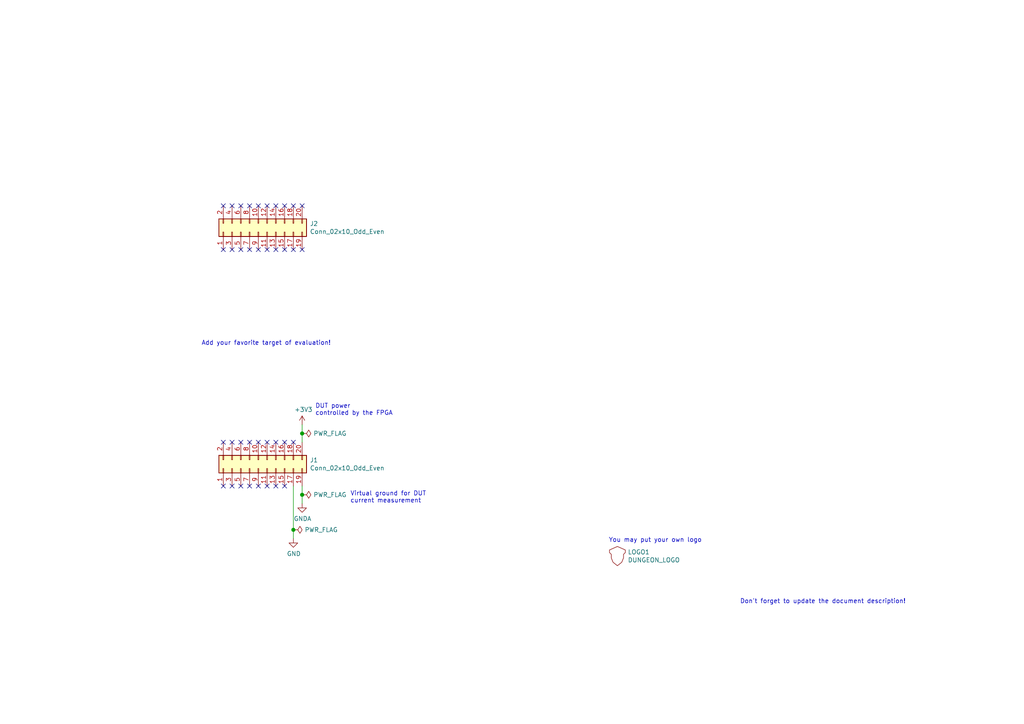
<source format=kicad_sch>
(kicad_sch (version 20210621) (generator eeschema)
  (paper "A4")
  (title_block (title "Scaffold daughterboard") (date "2021-09-14") (comment 1 "Under LGPL v3 license"))
  (lib_symbols
    (symbol "Connector_Generic:Conn_02x10_Odd_Even" (pin_names (offset 1.016) hide)
      (property "Reference" "J" (at 1.27 12.7 0))
      (property "Value" "Conn_02x10_Odd_Even" (at 1.27 -15.24 0))
      (symbol "Conn_02x10_Odd_Even_1_1"
        (rectangle (start -1.27 -12.573) (end 0 -12.827) (stroke (width 0.1524)))
        (rectangle (start -1.27 -10.033) (end 0 -10.287) (stroke (width 0.1524)))
        (rectangle (start -1.27 -7.493) (end 0 -7.747) (stroke (width 0.1524)))
        (rectangle (start -1.27 -4.953) (end 0 -5.207) (stroke (width 0.1524)))
        (rectangle (start -1.27 -2.413) (end 0 -2.667) (stroke (width 0.1524)))
        (rectangle (start -1.27 0.127) (end 0 -0.127) (stroke (width 0.1524)))
        (rectangle (start -1.27 2.667) (end 0 2.413) (stroke (width 0.1524)))
        (rectangle (start -1.27 5.207) (end 0 4.953) (stroke (width 0.1524)))
        (rectangle (start -1.27 7.747) (end 0 7.493) (stroke (width 0.1524)))
        (rectangle (start -1.27 10.287) (end 0 10.033) (stroke (width 0.1524)))
        (rectangle (start 3.81 -12.573) (end 2.54 -12.827) (stroke (width 0.1524)))
        (rectangle (start 3.81 -10.033) (end 2.54 -10.287) (stroke (width 0.1524)))
        (rectangle (start 3.81 -7.493) (end 2.54 -7.747) (stroke (width 0.1524)))
        (rectangle (start 3.81 -4.953) (end 2.54 -5.207) (stroke (width 0.1524)))
        (rectangle (start 3.81 -2.413) (end 2.54 -2.667) (stroke (width 0.1524)))
        (rectangle (start 3.81 0.127) (end 2.54 -0.127) (stroke (width 0.1524)))
        (rectangle (start 3.81 2.667) (end 2.54 2.413) (stroke (width 0.1524)))
        (rectangle (start 3.81 5.207) (end 2.54 4.953) (stroke (width 0.1524)))
        (rectangle (start 3.81 7.747) (end 2.54 7.493) (stroke (width 0.1524)))
        (rectangle (start 3.81 10.287) (end 2.54 10.033) (stroke (width 0.1524)))
        (rectangle (start -1.27 11.43) (end 3.81 -13.97) (stroke (width 0.254)) (fill (type background)))
        (pin passive line (at -5.08 10.16 0) (length 3.81) (name "Pin_1") (number "1"))
        (pin passive line (at 7.62 0 180) (length 3.81) (name "Pin_10") (number "10"))
        (pin passive line (at -5.08 -2.54 0) (length 3.81) (name "Pin_11") (number "11"))
        (pin passive line (at 7.62 -2.54 180) (length 3.81) (name "Pin_12") (number "12"))
        (pin passive line (at -5.08 -5.08 0) (length 3.81) (name "Pin_13") (number "13"))
        (pin passive line (at 7.62 -5.08 180) (length 3.81) (name "Pin_14") (number "14"))
        (pin passive line (at -5.08 -7.62 0) (length 3.81) (name "Pin_15") (number "15"))
        (pin passive line (at 7.62 -7.62 180) (length 3.81) (name "Pin_16") (number "16"))
        (pin passive line (at -5.08 -10.16 0) (length 3.81) (name "Pin_17") (number "17"))
        (pin passive line (at 7.62 -10.16 180) (length 3.81) (name "Pin_18") (number "18"))
        (pin passive line (at -5.08 -12.7 0) (length 3.81) (name "Pin_19") (number "19"))
        (pin passive line (at 7.62 10.16 180) (length 3.81) (name "Pin_2") (number "2"))
        (pin passive line (at 7.62 -12.7 180) (length 3.81) (name "Pin_20") (number "20"))
        (pin passive line (at -5.08 7.62 0) (length 3.81) (name "Pin_3") (number "3"))
        (pin passive line (at 7.62 7.62 180) (length 3.81) (name "Pin_4") (number "4"))
        (pin passive line (at -5.08 5.08 0) (length 3.81) (name "Pin_5") (number "5"))
        (pin passive line (at 7.62 5.08 180) (length 3.81) (name "Pin_6") (number "6"))
        (pin passive line (at -5.08 2.54 0) (length 3.81) (name "Pin_7") (number "7"))
        (pin passive line (at 7.62 2.54 180) (length 3.81) (name "Pin_8") (number "8"))
        (pin passive line (at -5.08 0 0) (length 3.81) (name "Pin_9") (number "9"))
      )
    )
    (symbol "mylib:DUNGEON_LOGO" (pin_names (offset 1.016))
      (property "Reference" "LOGO" (at 0 0 0))
      (property "Value" "DUNGEON_LOGO" (at 0 0 0))
      (symbol "DUNGEON_LOGO_0_1"
        (polyline (pts (xy 0 2.794) (xy 2.286 1.778) (xy 2.286 1.016) (xy 1.778 0.508) (xy 1.778 -0.508) (xy 1.27 -1.778) (xy 0 -2.794) (xy -1.27 -1.778) (xy -1.778 -0.508) (xy -1.778 0.508) (xy -2.286 1.016) (xy -2.286 1.778) (xy 0 2.794)))
      )
    )
    (symbol "power:+3V3" (power) (pin_names (offset 0))
      (property "Value" "+3V3" (at 0 3.556 0))
      (symbol "+3V3_0_1"
        (polyline (pts (xy -0.762 1.27) (xy 0 2.54)))
        (polyline (pts (xy 0 0) (xy 0 2.54)))
        (polyline (pts (xy 0 2.54) (xy 0.762 1.27)))
      )
      (symbol "+3V3_1_1"
        (pin power_in line (at 0 0 90) (length 0) hide (name "+3V3") (number "1"))
      )
    )
    (symbol "power:GND" (power) (pin_names (offset 0))
      (property "Value" "GND" (at 0 -3.81 0))
      (symbol "GND_0_1"
        (polyline (pts (xy 0 0) (xy 0 -1.27) (xy 1.27 -1.27) (xy 0 -2.54) (xy -1.27 -1.27) (xy 0 -1.27)))
      )
      (symbol "GND_1_1"
        (pin power_in line (at 0 0 270) (length 0) hide (name "GND") (number "1"))
      )
    )
    (symbol "power:GNDA" (power) (pin_names (offset 0))
      (property "Value" "GNDA" (at 0 -3.81 0))
      (symbol "GNDA_0_1"
        (polyline (pts (xy 0 0) (xy 0 -1.27) (xy 1.27 -1.27) (xy 0 -2.54) (xy -1.27 -1.27) (xy 0 -1.27)))
      )
      (symbol "GNDA_1_1"
        (pin power_in line (at 0 0 270) (length 0) hide (name "GNDA") (number "1"))
      )
    )
    (symbol "power:PWR_FLAG" (power) (pin_numbers hide) (pin_names (offset 0) hide)
      (property "Value" "PWR_FLAG" (at 0 3.81 0))
      (symbol "PWR_FLAG_0_0"
        (pin power_out line (at 0 0 90) (length 0) (name "pwr") (number "1"))
      )
      (symbol "PWR_FLAG_0_1"
        (polyline (pts (xy 0 0) (xy 0 1.27) (xy -1.016 1.905) (xy 0 2.54) (xy 1.016 1.905) (xy 0 1.27)))
      )
    )
  )
  (junction (at 85.09 153.67) (diameter 1.016))
  (junction (at 87.63 125.73) (diameter 1.016))
  (junction (at 87.63 143.51) (diameter 1.016))
  (no_connect (at 64.77 59.69))
  (no_connect (at 64.77 72.39))
  (no_connect (at 64.77 128.27))
  (no_connect (at 64.77 140.97))
  (no_connect (at 67.31 59.69))
  (no_connect (at 67.31 72.39))
  (no_connect (at 67.31 128.27))
  (no_connect (at 67.31 140.97))
  (no_connect (at 69.85 59.69))
  (no_connect (at 69.85 72.39))
  (no_connect (at 69.85 128.27))
  (no_connect (at 69.85 140.97))
  (no_connect (at 72.39 59.69))
  (no_connect (at 72.39 72.39))
  (no_connect (at 72.39 128.27))
  (no_connect (at 72.39 140.97))
  (no_connect (at 74.93 59.69))
  (no_connect (at 74.93 72.39))
  (no_connect (at 74.93 128.27))
  (no_connect (at 74.93 140.97))
  (no_connect (at 77.47 59.69))
  (no_connect (at 77.47 72.39))
  (no_connect (at 77.47 128.27))
  (no_connect (at 77.47 140.97))
  (no_connect (at 80.01 59.69))
  (no_connect (at 80.01 72.39))
  (no_connect (at 80.01 128.27))
  (no_connect (at 80.01 140.97))
  (no_connect (at 82.55 59.69))
  (no_connect (at 82.55 72.39))
  (no_connect (at 82.55 128.27))
  (no_connect (at 82.55 140.97))
  (no_connect (at 85.09 59.69))
  (no_connect (at 85.09 72.39))
  (no_connect (at 85.09 128.27))
  (no_connect (at 87.63 59.69))
  (no_connect (at 87.63 72.39))
  (wire (pts (xy 85.09 153.67) (xy 85.09 140.97)))
  (wire (pts (xy 85.09 156.21) (xy 85.09 153.67)))
  (wire (pts (xy 87.63 123.19) (xy 87.63 125.73)))
  (wire (pts (xy 87.63 125.73) (xy 87.63 128.27)))
  (wire (pts (xy 87.63 140.97) (xy 87.63 143.51)))
  (wire (pts (xy 87.63 143.51) (xy 87.63 146.05)))
  (text "Add your favorite target of evaluation!" (at 58.42 100.33 0) (effects (font (size 1.27 1.27)) (justify left bottom)))
  (text "DUT power\ncontrolled by the FPGA" (at 91.44 120.65 0) (effects (font (size 1.27 1.27)) (justify left bottom)))
  (text "Virtual ground for DUT\ncurrent measurement" (at 101.6 146.05 0) (effects (font (size 1.27 1.27)) (justify left bottom)))
  (text "You may put your own logo" (at 176.53 157.48 0) (effects (font (size 1.27 1.27)) (justify left bottom)))
  (text "Don't forget to update the document description!" (at 214.63 175.26 0) (effects (font (size 1.27 1.27)) (justify left bottom)))
  (symbol (lib_id "power:+3V3") (at 87.63 123.19 0) (unit 1)
    (property "Reference" "#PWR0101" (effects hide))
    (property "Value" "+3V3" (at 88.011 118.7958 0))
  )
  (symbol (lib_id "power:PWR_FLAG") (at 85.09 153.67 270) (unit 1)
    (property "Reference" "#FLG0103" (effects hide))
    (property "Value" "PWR_FLAG" (at 88.3412 153.67 90) (effects (justify left)))
  )
  (symbol (lib_id "power:PWR_FLAG") (at 87.63 125.73 270) (unit 1)
    (property "Reference" "#FLG0102" (effects hide))
    (property "Value" "PWR_FLAG" (at 90.8812 125.73 90) (effects (justify left)))
  )
  (symbol (lib_id "power:PWR_FLAG") (at 87.63 143.51 270) (unit 1)
    (property "Reference" "#FLG0101" (effects hide))
    (property "Value" "PWR_FLAG" (at 90.8812 143.51 90) (effects (justify left)))
  )
  (symbol (lib_id "power:GND") (at 85.09 156.21 0) (unit 1)
    (property "Reference" "#PWR0103" (effects hide))
    (property "Value" "GND" (at 85.217 160.6042 0))
  )
  (symbol (lib_id "power:GNDA") (at 87.63 146.05 0) (unit 1)
    (property "Reference" "#PWR0102" (effects hide))
    (property "Value" "GNDA" (at 87.757 150.4442 0))
  )
  (symbol (lib_id "mylib:DUNGEON_LOGO") (at 179.07 161.29 0) (unit 1)
    (property "Reference" "LOGO1" (at 182.0672 160.1216 0) (effects (justify left)))
    (property "Value" "DUNGEON_LOGO" (at 182.0672 162.433 0) (effects (justify left)))
    (property "Footprint" "mykicadlibs:donjon-2000" (effects hide))
  )
  (symbol (lib_id "Connector_Generic:Conn_02x10_Odd_Even") (at 74.93 67.31 90) (unit 1)
    (property "Reference" "J2" (at 89.8652 64.8716 90) (effects (justify right)))
    (property "Value" "Conn_02x10_Odd_Even" (at 89.8652 67.183 90) (effects (justify right)))
    (property "Footprint" "Connector_PinSocket_2.54mm:PinSocket_2x10_P2.54mm_Vertical" (effects hide))
  )
  (symbol (lib_id "Connector_Generic:Conn_02x10_Odd_Even") (at 74.93 135.89 90) (unit 1)
    (property "Reference" "J1" (at 89.8652 133.4516 90) (effects (justify right)))
    (property "Value" "Conn_02x10_Odd_Even" (at 89.8652 135.763 90) (effects (justify right)))
    (property "Footprint" "Connector_PinSocket_2.54mm:PinSocket_2x10_P2.54mm_Vertical" (effects hide))
  )
)
</source>
